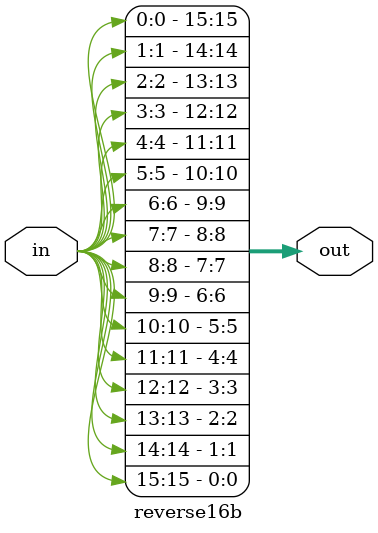
<source format=v>
/*
    branch/jump logic.
*/
`default_nettype none
module reverse16b(
	input wire [15:0] in, 
	output wire [15:0] out);
	
	assign out[0] = in[15];
	assign out[1] = in[14];
	assign out[2] = in[13];
	assign out[3] = in[12];
	assign out[4] = in[11];
	assign out[5] = in[10];
	assign out[6] = in[9];
	assign out[7] = in[8];
	assign out[8] = in[7];
	assign out[9] = in[6];
	assign out[10] = in[5];
	assign out[11] = in[4];
	assign out[12] = in[3];
	assign out[13] = in[2];
	assign out[14] = in[1];
	assign out[15] = in[0];
	
endmodule
`default_nettype wire

</source>
